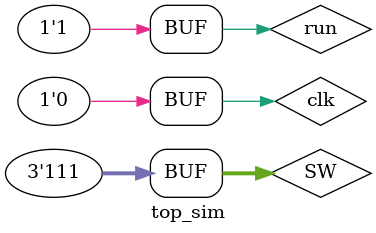
<source format=v>
`timescale 1ns / 1ps
module top_sim; 
// Inputs 
reg clk;                 //°å×ÓµÄÊ±ÖÓ 100MHZ
wire run;                  //±íÊ¾Á¬ÐøÖ´ÐÐ
wire step;                 //ÓÃ°å×Ó°´¼üÄ£Äâ£¬±íÊ¾µ÷ÊÔ            
reg reset;
wire [2:0] SW;              // Ñ¡ÔñÊýÂë¹ÜÏÔÊ¾ÄÚÈÝ,SW[2]Ñ¡¸ß/µÍ16Î»,SW[1:0]Ñ¡ÏÔÊ¾ÄÚÈÝ
wire [6:0] sm_duan;        // ¶ÎÂë
wire [3:0] sm_wei;         // ÄÄ¸öÊýÂë¹Ü


// Instantiate the Unit Under Test (UUT) 
top uut ( 
    .clk(clk), 
    .run(run), 
    .step(step), 
    .reset(reset) ,
    .SW(SW),
    .sm_duan(sm_duan),
    .sm_wei(sm_wei)
); 
assign SW[2]=1'b1;
assign SW[1]=1'b1;
assign SW[0]=1'b1;
//initial 
//    begin 
//        // Initialize Inputs 
//        clk = 0; 
//        reset = 1; 
//    end 
//°ÑÕâÒ»¶Î×¢ÊÍµô£¬·ÂÕæ¾ÍÃ»ÎÊÌâÁË¡£ÒòÎªÕâÀïÄ¬ÈÏresetÎª1£¬ÇÒºóÃæÃ»ÓÐ¸Ä±äreset
parameter PERIOD = 1000; 
assign run=1;
always begin 
        #(PERIOD / 2) clk = 1'b1; 
        #(PERIOD / 2) clk = 1'b0; 
    end 
endmodule

</source>
